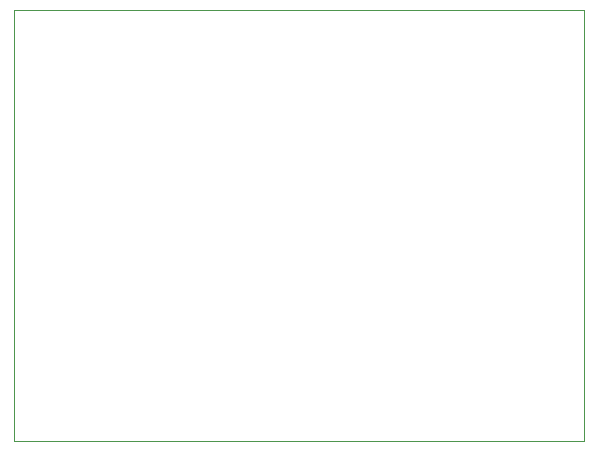
<source format=gko>
G75*
%MOIN*%
%OFA0B0*%
%FSLAX24Y24*%
%IPPOS*%
%LPD*%
%AMOC8*
5,1,8,0,0,1.08239X$1,22.5*
%
%ADD10C,0.0000*%
D10*
X000180Y000680D02*
X000180Y015050D01*
X019172Y015050D01*
X019172Y000680D01*
X000180Y000680D01*
M02*

</source>
